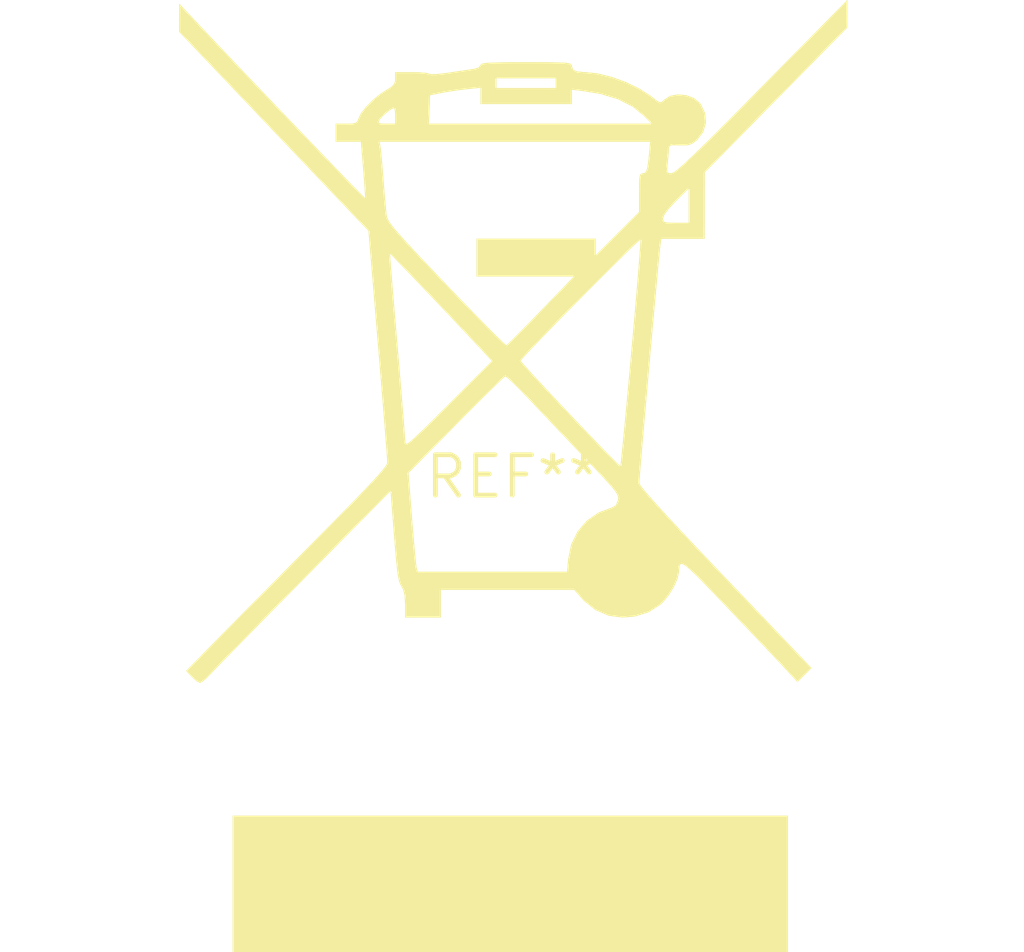
<source format=kicad_pcb>
(kicad_pcb (version 20240108) (generator pcbnew)
  (layers (0 "F.Cu" signal) (31 "B.Cu" signal) (34 "B.Paste" user) (35 "F.Paste" user) (36 "B.SilkS" user "B.Silkscreen") (37 "F.SilkS" user "F.Silkscreen") (38 "B.Mask" user) (39 "F.Mask" user) (44 "Edge.Cuts" user))
  (net 0 "")
  (footprint "WEEE-Logo_21x30mm_SilkScreen" (layer "F.Cu") (at 0 0)
    (property "Reference" "REF**")
    (property "Value" "WEEE-Logo_21x30mm_SilkScreen")
    (fp_poly (pts (xy 8.674693 14.977887) (xy -8.799508 14.977887) (xy -8.799508 10.671745) (xy 8.674693 10.671745) (xy 8.674693 14.977887)) (layer "F.SilkS") (stroke (width 0.01)) (fill solid))
    (fp_poly (pts (xy 10.543856 -14.567585) (xy 10.540782 -14.13538) (xy 6.056832 -9.579606) (xy 6.055197 -8.534275) (xy 6.053563 -7.488943) (xy 4.688238 -7.488943) (xy 4.653057 -7.22371) (xy 4.639736 -7.102816) (xy 4.617281 -6.875154) (xy 4.586894 -6.554304) (xy 4.549776 -6.153848) (xy 4.507128 -5.687364) (xy 4.46015 -5.168434) (xy 4.410044 -4.610638) (xy 4.358011 -4.027557) (xy 4.305252 -3.432771) (xy 4.252967 -2.83986) (xy 4.202359 -2.262405) (xy 4.154628 -1.713986) (xy 4.110975 -1.208184) (xy 4.0726 -0.758579) (xy 4.040706 -0.378752) (xy 4.016494 -0.082283) (xy 4.001163 0.117248) (xy 3.995916 0.20626) (xy 3.99592 0.206684) (xy 4.034179 0.278107) (xy 4.149095 0.425581) (xy 4.342231 0.650823) (xy 4.61515 0.95555) (xy 4.969418 1.341478) (xy 5.406596 1.810324) (xy 5.92825 2.363805) (xy 6.535941 3.003636) (xy 6.706751 3.182801) (xy 9.415765 6.022359) (xy 9.196753 6.240787) (xy 8.97774 6.459214) (xy 8.623391 6.073688) (xy 8.493758 5.93436) (xy 8.291262 5.718901) (xy 8.029263 5.441425) (xy 7.721121 5.116047) (xy 7.380198 4.756883) (xy 7.019853 4.378048) (xy 6.804277 4.151787) (xy 6.399559 3.727911) (xy 6.072428 3.388388) (xy 5.814542 3.127045) (xy 5.617562 2.937708) (xy 5.473144 2.814203) (xy 5.372948 2.750356) (xy 5.308632 2.739994) (xy 5.271855 2.776942) (xy 5.254275 2.855028) (xy 5.247551 2.968076) (xy 5.246647 2.998926) (xy 5.199903 3.211455) (xy 5.084729 3.468337) (xy 4.924117 3.728949) (xy 4.741056 3.952665) (xy 4.667805 4.021772) (xy 4.291965 4.263575) (xy 3.852931 4.398866) (xy 3.464773 4.430959) (xy 3.02488 4.370427) (xy 2.618615 4.19293) (xy 2.259049 3.904614) (xy 2.192705 3.832848) (xy 1.950112 3.557249) (xy -2.246683 3.557249) (xy -2.246683 4.430959) (xy -3.370024 4.430959) (xy -3.370024 4.022781) (xy -3.38412 3.744128) (xy -3.431482 3.550714) (xy -3.489043 3.445508) (xy -3.53017 3.370233) (xy -3.565386 3.261091) (xy -3.597026 3.101902) (xy -3.627422 2.876486) (xy -3.658908 2.568664) (xy -3.693817 2.162255) (xy -3.71772 1.859918) (xy -3.82738 0.443422) (xy -6.519413 3.170483) (xy -7.006159 3.663933) (xy -7.473424 4.138345) (xy -7.912668 4.585003) (xy -8.315353 4.995193) (xy -8.672943 5.360198) (xy -8.976898 5.671305) (xy -9.21868 5.919798) (xy -9.389753 6.096962) (xy -9.481484 6.193981) (xy -9.632189 6.347584) (xy -9.757895 6.454718) (xy -9.82551 6.490418) (xy -9.911873 6.4486) (xy -10.037761 6.344113) (xy -10.080434 6.301562) (xy -10.261369 6.112706) (xy -9.265205 5.100412) (xy -9.011065 4.842534) (xy -8.683365 4.510607) (xy -8.29648 4.119159) (xy -7.864786 3.682721) (xy -7.402659 3.215823) (xy -6.924473 2.732994) (xy -6.444604 2.248765) (xy -6.100368 1.901603) (xy -5.577099 1.372559) (xy -5.137496 0.924666) (xy -4.775936 0.551863) (xy -4.486797 0.248087) (xy -4.264454 0.007275) (xy -4.154256 -0.118474) (xy -3.26934 -0.118474) (xy -3.158548 1.298134) (xy -3.125136 1.71337) (xy -3.092816 2.093092) (xy -3.063418 2.417452) (xy -3.038774 2.666604) (xy -3.020713 2.8207) (xy -3.014901 2.85516) (xy -2.982046 2.995578) (xy 1.730332 2.995578) (xy 1.761789 2.603693) (xy 1.856762 2.140678) (xy 2.055508 1.731099) (xy 2.345497 1.38987) (xy 2.714201 1.131909) (xy 3.128033 0.97706) (xy 3.262287 0.904425) (xy 3.3295 0.748536) (xy 3.330907 0.741659) (xy 3.338971 0.675848) (xy 3.329002 0.608458) (xy 3.291269 0.52699) (xy 3.216042 0.418943) (xy 3.09359 0.271818) (xy 2.914182 0.073114) (xy 2.668089 -0.189668) (xy 2.34558 -0.529028) (xy 2.324742 -0.550886) (xy 1.977848 -0.915151) (xy 1.609052 -1.303141) (xy 1.243695 -1.688144) (xy 0.907119 -2.043452) (xy 0.624665 -2.342354) (xy 0.561671 -2.409176) (xy 0.320191 -2.66114) (xy 0.105674 -2.876763) (xy -0.066481 -3.041213) (xy -0.180873 -3.13966) (xy -0.219281 -3.161297) (xy -0.276556 -3.116013) (xy -0.410502 -2.991785) (xy -0.61057 -2.798956) (xy -0.866211 -2.547868) (xy -1.166879 -2.248862) (xy -1.502023 -1.912282) (xy -1.775941 -1.635035) (xy -3.26934 -0.118474) (xy -4.154256 -0.118474) (xy -4.103286 -0.176636) (xy -3.997669 -0.309708) (xy -3.941979 -0.398004) (xy -3.929588 -0.438893) (xy -3.934282 -0.52813) (xy -3.948542 -0.730118) (xy -3.971445 -1.033232) (xy -4.002069 -1.42585) (xy -4.039491 -1.896347) (xy -4.082788 -2.433099) (xy -4.131037 -3.024484) (xy -4.183316 -3.658877) (xy -4.225448 -4.165889) (xy -4.463835 -7.024469) (xy -3.850432 -7.024469) (xy -3.84779 -6.962779) (xy -3.835364 -6.789038) (xy -3.814154 -6.515541) (xy -3.785156 -6.154585) (xy -3.74937 -5.718468) (xy -3.707794 -5.219486) (xy -3.661425 -4.669937) (xy -3.616928 -4.148175) (xy -3.566523 -3.556177) (xy -3.519574 -2.997346) (xy -3.477156 -2.485021) (xy -3.440345 -2.032544) (xy -3.410216 -1.653252) (xy -3.387845 -1.360486) (xy -3.374307 -1.167585) (xy -3.370549 -1.092669) (xy -3.364689 -1.046043) (xy -3.341467 -1.027541) (xy -3.291933 -1.044885) (xy -3.207135 -1.105793) (xy -3.078121 -1.217987) (xy -2.895942 -1.389185) (xy -2.651644 -1.627109) (xy -2.336278 -1.939479) (xy -2.001662 -2.273279) (xy -0.6333 -3.640581) (xy -0.64289 -3.650859) (xy 0.26161 -3.650859) (xy 0.302832 -3.594407) (xy 0.418233 -3.461482) (xy 0.596247 -3.264299) (xy 0.825309 -3.015076) (xy 1.093851 -2.726029) (xy 1.390309 -2.409375) (xy 1.703115 -2.077331) (xy 2.020704 -1.742113) (xy 2.33151 -1.415938) (xy 2.623966 -1.111022) (xy 2.886506 -0.839582) (xy 3.107565 -0.613835) (xy 3.275576 -0.445997) (xy 3.378973 -0.348286) (xy 3.407169 -0.32838) (xy 3.416464 -0.392632) (xy 3.43576 -0.5701) (xy 3.463995 -0.849673) (xy 3.500107 -1.220241) (xy 3.543037 -1.670697) (xy 3.591722 -2.189929) (xy 3.645103 -2.766828) (xy 3.702116 -3.390284) (xy 3.747638 -3.893004) (xy 3.805868 -4.544858) (xy 3.859668 -5.158933) (xy 3.908131 -5.72409) (xy 3.950354 -6.229188) (xy 3.985432 -6.663087) (xy 4.012459 -7.014649) (xy 4.030532 -7.272732) (xy 4.038746 -7.426198) (xy 4.037806 -7.466043) (xy 3.988713 -7.430551) (xy 3.863692 -7.316465) (xy 3.673674 -7.134826) (xy 3.429587 -6.896678) (xy 3.142362 -6.613063) (xy 2.822928 -6.295023) (xy 2.482215 -5.953601) (xy 2.131152 -5.599839) (xy 1.78067 -5.244781) (xy 1.441697 -4.899467) (xy 1.125164 -4.574942) (xy 0.842 -4.282246) (xy 0.603135 -4.032424) (xy 0.419498 -3.836517) (xy 0.302019 -3.705568) (xy 0.26161 -3.650859) (xy -0.64289 -3.650859) (xy -1.143554 -4.187432) (xy -1.403419 -4.464961) (xy -1.695084 -4.774805) (xy -2.007019 -5.104876) (xy -2.327689 -5.44309) (xy -2.645565 -5.77736) (xy -2.949114 -6.095598) (xy -3.226804 -6.38572) (xy -3.467103 -6.635638) (xy -3.65848 -6.833267) (xy -3.789403 -6.966519) (xy -3.848339 -7.023309) (xy -3.850432 -7.024469) (xy -4.463835 -7.024469) (xy -4.523415 -7.738903) (xy -7.503968 -10.873469) (xy -10.48452 -14.008034) (xy -10.482327 -14.446154) (xy -10.480133 -14.884275) (xy -9.998666 -14.369962) (xy -9.729209 -14.083106) (xy -9.411076 -13.746088) (xy -9.052853 -13.367875) (xy -8.663126 -12.957436) (xy -8.250478 -12.523739) (xy -7.823497 -12.075754) (xy -7.390766 -11.622448) (xy -6.960872 -11.172789) (xy -6.542399 -10.735747) (xy -6.143933 -10.32029) (xy -5.774059 -9.935386) (xy -5.441363 -9.590004) (xy -5.154429 -9.293113) (xy -4.921843 -9.053679) (xy -4.75219 -8.880673) (xy -4.654056 -8.783063) (xy -4.632548 -8.764339) (xy -4.63107 -8.829477) (xy -4.639205 -8.996251) (xy -4.655542 -9.241971) (xy -4.678667 -9.543944) (xy -4.688592 -9.664575) (xy -4.76252 -10.546928) (xy -4.183704 -10.546928) (xy -4.153821 -10.406511) (xy -4.13858 -10.29546) (xy -4.117165 -10.086514) (xy -4.09205 -9.806293) (xy -4.065713 -9.481418) (xy -4.056597 -9.361179) (xy -4.02971 -9.015947) (xy -4.002573 -8.695344) (xy -3.977901 -8.429663) (xy -3.958408 -8.249195) (xy -3.954011 -8.216445) (xy -3.937428 -8.149207) (xy -3.901532 -8.070501) (xy -3.838691 -7.971504) (xy -3.741272 -7.843393) (xy -3.601643 -7.677345) (xy -3.412171 -7.464539) (xy -3.165224 -7.19615) (xy -2.853169 -6.863356) (xy -2.468374 -6.457334) (xy -2.075837 -6.045358) (xy -1.685304 -5.637665) (xy -1.320752 -5.260096) (xy -0.991257 -4.92183) (xy -0.705893 -4.632047) (xy -0.473736 -4.399925) (xy -0.30386 -4.234645) (xy -0.20534 -4.145386) (xy -0.18433 -4.132107) (xy -0.129056 -4.180255) (xy 0.000145 -4.30582) (xy 0.190734 -4.496204) (xy 0.430168 -4.738812) (xy 0.70591 -5.021047) (xy 0.90532 -5.226658) (xy 1.946395 -6.303194) (xy -1.123341 -6.303194) (xy -1.123341 -7.488943) (xy 2.621131 -7.488943) (xy 2.621131 -6.960605) (xy 3.307617 -7.644963) (xy 3.79459 -8.130426) (xy 4.742998 -8.130426) (xy 4.75207 -8.053846) (xy 4.797987 -8.011177) (xy 4.908801 -7.992586) (xy 5.112561 -7.988238) (xy 5.148649 -7.988206) (xy 5.5543 -7.988206) (xy 5.5543 -9.076738) (xy 5.148649 -8.674692) (xy 4.91982 -8.430259) (xy 4.782957 -8.242996) (xy 4.742998 -8.130426) (xy 3.79459 -8.130426) (xy 3.994104 -8.329321) (xy 3.994104 -8.938861) (xy 3.996015 -9.219289) (xy 4.004763 -9.39769) (xy 4.024866 -9.49683) (xy 4.060843 -9.539477) (xy 4.115095 -9.548402) (xy 4.175434 -9.561508) (xy 4.220031 -9.614051) (xy 4.25428 -9.725872) (xy 4.283571 -9.916814) (xy 4.313296 -10.206717) (xy 4.322835 -10.312899) (xy 4.343488 -10.546928) (xy -4.183704 -10.546928) (xy -4.76252 -10.546928) (xy -5.554299 -10.546928) (xy -5.554299 -11.108599) (xy -5.217822 -11.108599) (xy -5.021022 -11.11399) (xy -4.914087 -11.140007) (xy -4.901004 -11.155493) (xy -4.211805 -11.155493) (xy -4.175532 -11.120117) (xy -4.049891 -11.109198) (xy -3.965095 -11.108599) (xy -3.682063 -11.108599) (xy -2.626598 -11.108599) (xy 4.393882 -11.108599) (xy 4.156428 -11.351774) (xy 3.787623 -11.651856) (xy 3.331183 -11.883301) (xy 2.779371 -12.049282) (xy 2.231081 -12.141082) (xy 1.872236 -12.183914) (xy 1.872236 -11.732678) (xy -0.998525 -11.732678) (xy -0.998525 -12.244608) (xy -1.419778 -12.201915) (xy -1.714109 -12.165882) (xy -2.027697 -12.118118) (xy -2.215479 -12.084006) (xy -2.589926 -12.00879) (xy -2.608262 -11.558695) (xy -2.626598 -11.108599) (xy -3.682063 -11.108599) (xy -3.682063 -11.35823) (xy -3.690315 -11.514614) (xy -3.710928 -11.601535) (xy -3.719235 -11.607862) (xy -3.811627 -11.567833) (xy -3.946608 -11.470722) (xy -4.081927 -11.350991) (xy -4.175328 -11.243104) (xy -4.183649 -11.229075) (xy -4.211805 -11.155493) (xy -4.901004 -11.155493) (xy -4.862204 -11.201415) (xy -4.84126 -11.268307) (xy -4.755776 -11.441904) (xy -4.591594 -11.650592) (xy -4.376961 -11.865112) (xy -4.140125 -12.056203) (xy -3.984558 -12.155732) (xy -3.807343 -12.264672) (xy -3.716498 -12.356191) (xy -3.684579 -12.464104) (xy -3.682127 -12.528378) (xy -3.682123 -12.54398) (xy -0.499263 -12.54398) (xy -0.499263 -12.231941) (xy 1.372973 -12.231941) (xy 1.372973 -12.54398) (xy -0.499263 -12.54398) (xy -3.682123 -12.54398) (xy -3.682063 -12.731203) (xy -3.156797 -12.731203) (xy -2.915127 -12.725362) (xy -2.726774 -12.709794) (xy -2.622069 -12.687433) (xy -2.610729 -12.678379) (xy -2.544311 -12.664481) (xy -2.382673 -12.670174) (xy -2.153585 -12.693774) (xy -1.997051 -12.715566) (xy -1.713218 -12.758372) (xy -1.453636 -12.797017) (xy -1.258563 -12.825528) (xy -1.201351 -12.833626) (xy -1.051873 -12.879919) (xy -0.998525 -12.952459) (xy -0.982306 -12.982002) (xy -0.924285 -13.004541) (xy -0.810421 -13.020962) (xy -0.626672 -13.032153) (xy -0.358995 -13.039004) (xy 0.006652 -13.042402) (xy 0.436855 -13.043243) (xy 0.895994 -13.042766) (xy 1.245282 -13.040514) (xy 1.499686 -13.035256) (xy 1.67417 -13.025759) (xy 1.783699 -13.010792) (xy 1.843238 -12.989123) (xy 1.867752 -12.959522) (xy 1.872236 -12.925104) (xy 1.91042 -12.815859) (xy 2.035493 -12.753692) (xy 2.263238 -12.731519) (xy 2.304213 -12.731203) (xy 2.689893 -12.691417) (xy 3.127941 -12.581891) (xy 3.578852 -12.417374) (xy 4.003123 -12.212616) (xy 4.361248 -11.982366) (xy 4.407632 -11.945884) (xy 4.558815 -11.827187) (xy 4.648344 -11.779647) (xy 4.710867 -11.795016) (xy 4.775045 -11.858425) (xy 4.964599 -11.982632) (xy 5.211295 -12.030313) (xy 5.476953 -12.005516) (xy 5.723393 -11.91229) (xy 5.912433 -11.754683) (xy 5.926123 -11.736364) (xy 6.067573 -11.442159) (xy 6.093891 -11.137624) (xy 6.007978 -10.847318) (xy 5.812737 -10.5958) (xy 5.788864 -10.575031) (xy 5.650245 -10.476372) (xy 5.509599 -10.432924) (xy 5.311873 -10.429787) (xy 5.262478 -10.432571) (xy 5.06902 -10.439669) (xy 4.969369 -10.423404) (xy 4.933295 -10.374325) (xy 4.929594 -10.328501) (xy 4.922032 -10.195569) (xy 4.903268 -9.995651) (xy 4.889782 -9.876044) (xy 4.870222 -9.686068) (xy 4.878358 -9.588816) (xy 4.925529 -9.55327) (xy 5.009557 -9.548402) (xy 5.059391 -9.564475) (xy 5.139783 -9.616493) (xy 5.25669 -9.710158) (xy 5.41607 -9.851171) (xy 5.62388 -10.045233) (xy 5.886078 -10.298046) (xy 6.208621 -10.61531) (xy 6.597466 -11.002727) (xy 7.058572 -11.465997) (xy 7.597895 -12.010822) (xy 7.857807 -12.274096) (xy 10.546929 -14.999788) (xy 10.543856 -14.567585)) (layer "F.SilkS") (stroke (width 0.01)) (fill solid))
  )
)
</source>
